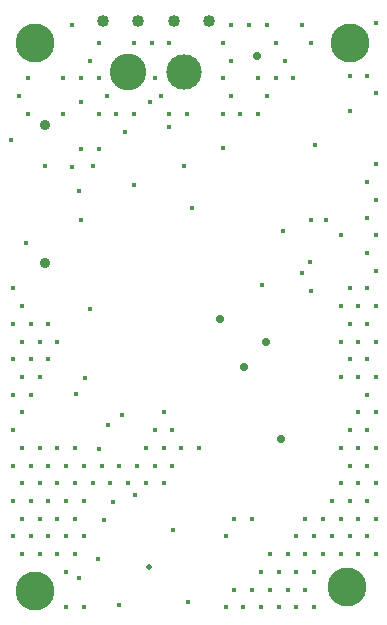
<source format=gbr>
%TF.GenerationSoftware,Altium Limited,Altium Designer,19.0.10 (269)*%
G04 Layer_Color=0*
%FSLAX26Y26*%
%MOIN*%
%TF.FileFunction,Plated,1,2,PTH,Drill*%
%TF.Part,Single*%
G01*
G75*
%TA.AperFunction,ComponentDrill*%
%ADD93C,0.118110*%
%ADD94C,0.122047*%
%ADD95C,0.040157*%
%ADD96C,0.035433*%
%TA.AperFunction,OtherDrill,Pad Free-4 (1161.417mil,1948.819mil)*%
%ADD97C,0.129921*%
%TA.AperFunction,OtherDrill,Pad Free-3 (114.173mil,1948.819mil)*%
%ADD98C,0.129921*%
%TA.AperFunction,OtherDrill,Pad Free-2 (1153.543mil,136.134mil)*%
%ADD99C,0.129921*%
%TA.AperFunction,OtherDrill,Pad Free-1 (114.173mil,123.478mil)*%
%ADD100C,0.129921*%
%TA.AperFunction,ViaDrill,NotFilled*%
%ADD101C,0.015000*%
%ADD102C,0.020000*%
%ADD103C,0.028000*%
D93*
X608722Y1852882D02*
D03*
D94*
X423683D02*
D03*
D95*
X693367Y2022961D02*
D03*
X575257D02*
D03*
X457147D02*
D03*
X339037D02*
D03*
D96*
X145581Y1674213D02*
D03*
Y1215551D02*
D03*
D97*
X1161417Y1948819D02*
D03*
D98*
X114173D02*
D03*
D99*
X1153543Y136134D02*
D03*
D100*
X114173Y123478D02*
D03*
D101*
X401839Y708661D02*
D03*
X393701Y74803D02*
D03*
X1250000Y2016811D02*
D03*
X1220472Y1839645D02*
D03*
X1250000Y1780590D02*
D03*
Y1544370D02*
D03*
X1220472Y1485315D02*
D03*
X1250000Y1426259D02*
D03*
X1220472Y1367204D02*
D03*
X1250000Y1308149D02*
D03*
X1220472Y1249094D02*
D03*
X1250000Y1190039D02*
D03*
X1220472Y1130984D02*
D03*
X1250000Y1071929D02*
D03*
X1220472Y1012874D02*
D03*
X1250000Y953819D02*
D03*
X1220472Y894764D02*
D03*
X1250000Y835708D02*
D03*
X1220472Y776653D02*
D03*
X1250000Y717598D02*
D03*
X1220472Y658543D02*
D03*
X1250000Y599488D02*
D03*
X1220472Y540433D02*
D03*
X1250000Y481378D02*
D03*
X1220472Y422323D02*
D03*
X1250000Y363268D02*
D03*
X1220472Y304213D02*
D03*
X1250000Y245157D02*
D03*
X1161417Y1839645D02*
D03*
Y1721535D02*
D03*
Y1130984D02*
D03*
X1190945Y1071929D02*
D03*
X1161417Y1012874D02*
D03*
X1190945Y953819D02*
D03*
X1161417Y894764D02*
D03*
X1190945Y835708D02*
D03*
Y717598D02*
D03*
X1161417Y658543D02*
D03*
X1190945Y599488D02*
D03*
X1161417Y540433D02*
D03*
X1190945Y481378D02*
D03*
X1161417Y422323D02*
D03*
X1190945Y363268D02*
D03*
X1161417Y304213D02*
D03*
X1190945Y245157D02*
D03*
X1131889Y1308149D02*
D03*
Y1071929D02*
D03*
Y953819D02*
D03*
Y835708D02*
D03*
Y599488D02*
D03*
Y481378D02*
D03*
X1102362Y422323D02*
D03*
X1131889Y363268D02*
D03*
X1102362Y304213D02*
D03*
X1131889Y245157D02*
D03*
X1072834Y363268D02*
D03*
X1043307Y304213D02*
D03*
X1072834Y245157D02*
D03*
X1043307Y186102D02*
D03*
Y67992D02*
D03*
X1013779Y363268D02*
D03*
X984252Y304213D02*
D03*
X1013779Y245157D02*
D03*
X984252Y186102D02*
D03*
X1013779Y127047D02*
D03*
X984252Y67992D02*
D03*
X954724Y245157D02*
D03*
X925197Y186102D02*
D03*
X954724Y127047D02*
D03*
X925197Y67992D02*
D03*
X895669Y245157D02*
D03*
X866141Y186102D02*
D03*
X895669Y127047D02*
D03*
X866141Y67992D02*
D03*
X836614Y363268D02*
D03*
Y127047D02*
D03*
X807086Y67992D02*
D03*
X777559Y363268D02*
D03*
X748031Y304213D02*
D03*
X777559Y127047D02*
D03*
X748031Y67992D02*
D03*
X659449Y599488D02*
D03*
X570866Y658543D02*
D03*
X600394Y599488D02*
D03*
X570866Y540433D02*
D03*
X541338Y717598D02*
D03*
X511811Y658543D02*
D03*
X541338Y599488D02*
D03*
X511811Y540433D02*
D03*
X541338Y481378D02*
D03*
X482283Y599488D02*
D03*
X452756Y540433D02*
D03*
X482283Y481378D02*
D03*
X393701Y540433D02*
D03*
X423228Y481378D02*
D03*
X334646Y540433D02*
D03*
X364173Y481378D02*
D03*
X275591Y540433D02*
D03*
X305118Y481378D02*
D03*
X275591Y422323D02*
D03*
Y304213D02*
D03*
Y67992D02*
D03*
X246063Y599488D02*
D03*
X216535Y540433D02*
D03*
X246063Y481378D02*
D03*
X216535Y422323D02*
D03*
X246063Y363268D02*
D03*
X216535Y304213D02*
D03*
X246063Y245157D02*
D03*
X216535Y186102D02*
D03*
Y67992D02*
D03*
X157480Y1012874D02*
D03*
X187008Y953819D02*
D03*
X157480Y894764D02*
D03*
X187008Y599488D02*
D03*
X157480Y540433D02*
D03*
X187008Y481378D02*
D03*
X157480Y422323D02*
D03*
X187008Y363268D02*
D03*
X157480Y304213D02*
D03*
X187008Y245157D02*
D03*
X98425Y1012874D02*
D03*
X127953Y953819D02*
D03*
X98425Y894764D02*
D03*
X127953Y835708D02*
D03*
X98425Y776653D02*
D03*
X127953Y599488D02*
D03*
X98425Y540433D02*
D03*
X127953Y481378D02*
D03*
X98425Y422323D02*
D03*
X127953Y363268D02*
D03*
X98425Y304213D02*
D03*
X127953Y245157D02*
D03*
X39370Y1130984D02*
D03*
X68898Y1071929D02*
D03*
X39370Y1012874D02*
D03*
X68898Y953819D02*
D03*
X39370Y894764D02*
D03*
X68898Y835708D02*
D03*
X39370Y776653D02*
D03*
X68898Y717598D02*
D03*
X39370Y658543D02*
D03*
X68898Y599488D02*
D03*
X39370Y540433D02*
D03*
X68898Y481378D02*
D03*
X39370Y422323D02*
D03*
X68898Y363268D02*
D03*
X39370Y304213D02*
D03*
X68898Y245157D02*
D03*
X356724Y676478D02*
D03*
X278527Y831771D02*
D03*
X327758Y594488D02*
D03*
X247897Y778304D02*
D03*
X511810Y1830705D02*
D03*
X572835Y326772D02*
D03*
X82677Y1283465D02*
D03*
X740158Y1600472D02*
D03*
X856299Y1712598D02*
D03*
X342519Y358267D02*
D03*
X1033464Y1358267D02*
D03*
X561023Y1712598D02*
D03*
X637794Y1397635D02*
D03*
X870079Y1141732D02*
D03*
X1082677Y1358268D02*
D03*
X559055Y1669291D02*
D03*
X1003937Y2007873D02*
D03*
X1033464Y1948818D02*
D03*
X1003937Y1181102D02*
D03*
X1033464Y1122047D02*
D03*
X944882Y1889763D02*
D03*
X974409Y1830708D02*
D03*
X885827Y2007873D02*
D03*
X915354Y1948818D02*
D03*
Y1830708D02*
D03*
X885827Y1771653D02*
D03*
X826771Y2007873D02*
D03*
X856299Y1830708D02*
D03*
X767716Y2007873D02*
D03*
Y1889763D02*
D03*
Y1771653D02*
D03*
X797244Y1712598D02*
D03*
X738189Y1948818D02*
D03*
Y1830708D02*
D03*
Y1712598D02*
D03*
X620078D02*
D03*
X561023Y1948818D02*
D03*
X531496Y1771653D02*
D03*
X501968Y1948818D02*
D03*
X442913D02*
D03*
Y1712598D02*
D03*
X413386Y1653543D02*
D03*
X442913Y1476378D02*
D03*
X354331Y1771653D02*
D03*
X383858Y1712598D02*
D03*
X324803Y1948818D02*
D03*
X295276Y1889763D02*
D03*
X324803Y1830708D02*
D03*
Y1712598D02*
D03*
Y1594488D02*
D03*
X295276Y1062992D02*
D03*
X236220Y2007873D02*
D03*
X265748Y1830708D02*
D03*
Y1594488D02*
D03*
X236220Y1535433D02*
D03*
X265748Y1358267D02*
D03*
X206693Y1830708D02*
D03*
Y1712598D02*
D03*
X88583Y1830708D02*
D03*
X59055Y1771653D02*
D03*
X88583Y1712598D02*
D03*
X258885Y1456032D02*
D03*
X144623Y1538435D02*
D03*
X939988Y1322144D02*
D03*
X1030539Y1219378D02*
D03*
X494961Y1751968D02*
D03*
X34476Y1626661D02*
D03*
X267743Y1751968D02*
D03*
X1045330Y1610236D02*
D03*
X259842Y165354D02*
D03*
X322835Y228346D02*
D03*
X444882Y440945D02*
D03*
X371919Y419045D02*
D03*
X623407Y86614D02*
D03*
X305118Y1539370D02*
D03*
X610236D02*
D03*
D102*
X492126Y200787D02*
D03*
D103*
X853068Y1905512D02*
D03*
X728346Y1027559D02*
D03*
X811024Y870079D02*
D03*
X881890Y952756D02*
D03*
X933071Y629921D02*
D03*
%TF.MD5,03c078b8e973b25846014f58e25de202*%
M02*

</source>
